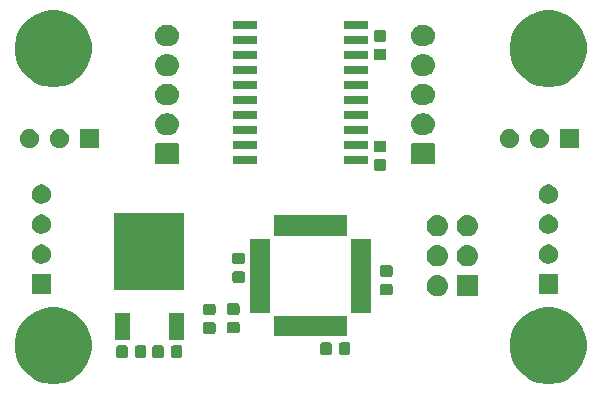
<source format=gbr>
G04 #@! TF.GenerationSoftware,KiCad,Pcbnew,(5.1.0-0)*
G04 #@! TF.CreationDate,2019-05-01T12:35:33-05:00*
G04 #@! TF.ProjectId,splitflap-pcb,73706c69-7466-46c6-9170-2d7063622e6b,rev?*
G04 #@! TF.SameCoordinates,Original*
G04 #@! TF.FileFunction,Soldermask,Top*
G04 #@! TF.FilePolarity,Negative*
%FSLAX46Y46*%
G04 Gerber Fmt 4.6, Leading zero omitted, Abs format (unit mm)*
G04 Created by KiCad (PCBNEW (5.1.0-0)) date 2019-05-01 12:35:33*
%MOMM*%
%LPD*%
G04 APERTURE LIST*
%ADD10C,0.100000*%
G04 APERTURE END LIST*
D10*
G36*
X146608239Y-126021467D02*
G01*
X146922282Y-126083934D01*
X147513926Y-126329001D01*
X148046392Y-126684784D01*
X148499216Y-127137608D01*
X148854999Y-127670074D01*
X149100066Y-128261718D01*
X149225000Y-128889804D01*
X149225000Y-129530196D01*
X149100066Y-130158282D01*
X148854999Y-130749926D01*
X148499216Y-131282392D01*
X148046392Y-131735216D01*
X147513926Y-132090999D01*
X146922282Y-132336066D01*
X146608239Y-132398533D01*
X146294197Y-132461000D01*
X145653803Y-132461000D01*
X145339761Y-132398533D01*
X145025718Y-132336066D01*
X144434074Y-132090999D01*
X143901608Y-131735216D01*
X143448784Y-131282392D01*
X143093001Y-130749926D01*
X142847934Y-130158282D01*
X142723000Y-129530196D01*
X142723000Y-128889804D01*
X142847934Y-128261718D01*
X143093001Y-127670074D01*
X143448784Y-127137608D01*
X143901608Y-126684784D01*
X144434074Y-126329001D01*
X145025718Y-126083934D01*
X145339761Y-126021467D01*
X145653803Y-125959000D01*
X146294197Y-125959000D01*
X146608239Y-126021467D01*
X146608239Y-126021467D01*
G37*
G36*
X104698239Y-126021467D02*
G01*
X105012282Y-126083934D01*
X105603926Y-126329001D01*
X106136392Y-126684784D01*
X106589216Y-127137608D01*
X106944999Y-127670074D01*
X107190066Y-128261718D01*
X107315000Y-128889804D01*
X107315000Y-129530196D01*
X107190066Y-130158282D01*
X106944999Y-130749926D01*
X106589216Y-131282392D01*
X106136392Y-131735216D01*
X105603926Y-132090999D01*
X105012282Y-132336066D01*
X104698239Y-132398533D01*
X104384197Y-132461000D01*
X103743803Y-132461000D01*
X103429761Y-132398533D01*
X103115718Y-132336066D01*
X102524074Y-132090999D01*
X101991608Y-131735216D01*
X101538784Y-131282392D01*
X101183001Y-130749926D01*
X100937934Y-130158282D01*
X100813000Y-129530196D01*
X100813000Y-128889804D01*
X100937934Y-128261718D01*
X101183001Y-127670074D01*
X101538784Y-127137608D01*
X101991608Y-126684784D01*
X102524074Y-126329001D01*
X103115718Y-126083934D01*
X103429761Y-126021467D01*
X103743803Y-125959000D01*
X104384197Y-125959000D01*
X104698239Y-126021467D01*
X104698239Y-126021467D01*
G37*
G36*
X114845591Y-129196085D02*
G01*
X114879569Y-129206393D01*
X114910890Y-129223134D01*
X114938339Y-129245661D01*
X114960866Y-129273110D01*
X114977607Y-129304431D01*
X114987915Y-129338409D01*
X114992000Y-129379890D01*
X114992000Y-130056110D01*
X114987915Y-130097591D01*
X114977607Y-130131569D01*
X114960866Y-130162890D01*
X114938339Y-130190339D01*
X114910890Y-130212866D01*
X114879569Y-130229607D01*
X114845591Y-130239915D01*
X114804110Y-130244000D01*
X114202890Y-130244000D01*
X114161409Y-130239915D01*
X114127431Y-130229607D01*
X114096110Y-130212866D01*
X114068661Y-130190339D01*
X114046134Y-130162890D01*
X114029393Y-130131569D01*
X114019085Y-130097591D01*
X114015000Y-130056110D01*
X114015000Y-129379890D01*
X114019085Y-129338409D01*
X114029393Y-129304431D01*
X114046134Y-129273110D01*
X114068661Y-129245661D01*
X114096110Y-129223134D01*
X114127431Y-129206393D01*
X114161409Y-129196085D01*
X114202890Y-129192000D01*
X114804110Y-129192000D01*
X114845591Y-129196085D01*
X114845591Y-129196085D01*
G37*
G36*
X113270591Y-129196085D02*
G01*
X113304569Y-129206393D01*
X113335890Y-129223134D01*
X113363339Y-129245661D01*
X113385866Y-129273110D01*
X113402607Y-129304431D01*
X113412915Y-129338409D01*
X113417000Y-129379890D01*
X113417000Y-130056110D01*
X113412915Y-130097591D01*
X113402607Y-130131569D01*
X113385866Y-130162890D01*
X113363339Y-130190339D01*
X113335890Y-130212866D01*
X113304569Y-130229607D01*
X113270591Y-130239915D01*
X113229110Y-130244000D01*
X112627890Y-130244000D01*
X112586409Y-130239915D01*
X112552431Y-130229607D01*
X112521110Y-130212866D01*
X112493661Y-130190339D01*
X112471134Y-130162890D01*
X112454393Y-130131569D01*
X112444085Y-130097591D01*
X112440000Y-130056110D01*
X112440000Y-129379890D01*
X112444085Y-129338409D01*
X112454393Y-129304431D01*
X112471134Y-129273110D01*
X112493661Y-129245661D01*
X112521110Y-129223134D01*
X112552431Y-129206393D01*
X112586409Y-129196085D01*
X112627890Y-129192000D01*
X113229110Y-129192000D01*
X113270591Y-129196085D01*
X113270591Y-129196085D01*
G37*
G36*
X111797591Y-129196085D02*
G01*
X111831569Y-129206393D01*
X111862890Y-129223134D01*
X111890339Y-129245661D01*
X111912866Y-129273110D01*
X111929607Y-129304431D01*
X111939915Y-129338409D01*
X111944000Y-129379890D01*
X111944000Y-130056110D01*
X111939915Y-130097591D01*
X111929607Y-130131569D01*
X111912866Y-130162890D01*
X111890339Y-130190339D01*
X111862890Y-130212866D01*
X111831569Y-130229607D01*
X111797591Y-130239915D01*
X111756110Y-130244000D01*
X111154890Y-130244000D01*
X111113409Y-130239915D01*
X111079431Y-130229607D01*
X111048110Y-130212866D01*
X111020661Y-130190339D01*
X110998134Y-130162890D01*
X110981393Y-130131569D01*
X110971085Y-130097591D01*
X110967000Y-130056110D01*
X110967000Y-129379890D01*
X110971085Y-129338409D01*
X110981393Y-129304431D01*
X110998134Y-129273110D01*
X111020661Y-129245661D01*
X111048110Y-129223134D01*
X111079431Y-129206393D01*
X111113409Y-129196085D01*
X111154890Y-129192000D01*
X111756110Y-129192000D01*
X111797591Y-129196085D01*
X111797591Y-129196085D01*
G37*
G36*
X110222591Y-129196085D02*
G01*
X110256569Y-129206393D01*
X110287890Y-129223134D01*
X110315339Y-129245661D01*
X110337866Y-129273110D01*
X110354607Y-129304431D01*
X110364915Y-129338409D01*
X110369000Y-129379890D01*
X110369000Y-130056110D01*
X110364915Y-130097591D01*
X110354607Y-130131569D01*
X110337866Y-130162890D01*
X110315339Y-130190339D01*
X110287890Y-130212866D01*
X110256569Y-130229607D01*
X110222591Y-130239915D01*
X110181110Y-130244000D01*
X109579890Y-130244000D01*
X109538409Y-130239915D01*
X109504431Y-130229607D01*
X109473110Y-130212866D01*
X109445661Y-130190339D01*
X109423134Y-130162890D01*
X109406393Y-130131569D01*
X109396085Y-130097591D01*
X109392000Y-130056110D01*
X109392000Y-129379890D01*
X109396085Y-129338409D01*
X109406393Y-129304431D01*
X109423134Y-129273110D01*
X109445661Y-129245661D01*
X109473110Y-129223134D01*
X109504431Y-129206393D01*
X109538409Y-129196085D01*
X109579890Y-129192000D01*
X110181110Y-129192000D01*
X110222591Y-129196085D01*
X110222591Y-129196085D01*
G37*
G36*
X129069591Y-128942085D02*
G01*
X129103569Y-128952393D01*
X129134890Y-128969134D01*
X129162339Y-128991661D01*
X129184866Y-129019110D01*
X129201607Y-129050431D01*
X129211915Y-129084409D01*
X129216000Y-129125890D01*
X129216000Y-129802110D01*
X129211915Y-129843591D01*
X129201607Y-129877569D01*
X129184866Y-129908890D01*
X129162339Y-129936339D01*
X129134890Y-129958866D01*
X129103569Y-129975607D01*
X129069591Y-129985915D01*
X129028110Y-129990000D01*
X128426890Y-129990000D01*
X128385409Y-129985915D01*
X128351431Y-129975607D01*
X128320110Y-129958866D01*
X128292661Y-129936339D01*
X128270134Y-129908890D01*
X128253393Y-129877569D01*
X128243085Y-129843591D01*
X128239000Y-129802110D01*
X128239000Y-129125890D01*
X128243085Y-129084409D01*
X128253393Y-129050431D01*
X128270134Y-129019110D01*
X128292661Y-128991661D01*
X128320110Y-128969134D01*
X128351431Y-128952393D01*
X128385409Y-128942085D01*
X128426890Y-128938000D01*
X129028110Y-128938000D01*
X129069591Y-128942085D01*
X129069591Y-128942085D01*
G37*
G36*
X127494591Y-128942085D02*
G01*
X127528569Y-128952393D01*
X127559890Y-128969134D01*
X127587339Y-128991661D01*
X127609866Y-129019110D01*
X127626607Y-129050431D01*
X127636915Y-129084409D01*
X127641000Y-129125890D01*
X127641000Y-129802110D01*
X127636915Y-129843591D01*
X127626607Y-129877569D01*
X127609866Y-129908890D01*
X127587339Y-129936339D01*
X127559890Y-129958866D01*
X127528569Y-129975607D01*
X127494591Y-129985915D01*
X127453110Y-129990000D01*
X126851890Y-129990000D01*
X126810409Y-129985915D01*
X126776431Y-129975607D01*
X126745110Y-129958866D01*
X126717661Y-129936339D01*
X126695134Y-129908890D01*
X126678393Y-129877569D01*
X126668085Y-129843591D01*
X126664000Y-129802110D01*
X126664000Y-129125890D01*
X126668085Y-129084409D01*
X126678393Y-129050431D01*
X126695134Y-129019110D01*
X126717661Y-128991661D01*
X126745110Y-128969134D01*
X126776431Y-128952393D01*
X126810409Y-128942085D01*
X126851890Y-128938000D01*
X127453110Y-128938000D01*
X127494591Y-128942085D01*
X127494591Y-128942085D01*
G37*
G36*
X115123000Y-128719000D02*
G01*
X113821000Y-128719000D01*
X113821000Y-126417000D01*
X115123000Y-126417000D01*
X115123000Y-128719000D01*
X115123000Y-128719000D01*
G37*
G36*
X110563000Y-128719000D02*
G01*
X109261000Y-128719000D01*
X109261000Y-126417000D01*
X110563000Y-126417000D01*
X110563000Y-128719000D01*
X110563000Y-128719000D01*
G37*
G36*
X128958000Y-128393000D02*
G01*
X122706000Y-128393000D01*
X122706000Y-126691000D01*
X128958000Y-126691000D01*
X128958000Y-128393000D01*
X128958000Y-128393000D01*
G37*
G36*
X117651591Y-127227085D02*
G01*
X117685569Y-127237393D01*
X117716890Y-127254134D01*
X117744339Y-127276661D01*
X117766866Y-127304110D01*
X117783607Y-127335431D01*
X117793915Y-127369409D01*
X117798000Y-127410890D01*
X117798000Y-128012110D01*
X117793915Y-128053591D01*
X117783607Y-128087569D01*
X117766866Y-128118890D01*
X117744339Y-128146339D01*
X117716890Y-128168866D01*
X117685569Y-128185607D01*
X117651591Y-128195915D01*
X117610110Y-128200000D01*
X116933890Y-128200000D01*
X116892409Y-128195915D01*
X116858431Y-128185607D01*
X116827110Y-128168866D01*
X116799661Y-128146339D01*
X116777134Y-128118890D01*
X116760393Y-128087569D01*
X116750085Y-128053591D01*
X116746000Y-128012110D01*
X116746000Y-127410890D01*
X116750085Y-127369409D01*
X116760393Y-127335431D01*
X116777134Y-127304110D01*
X116799661Y-127276661D01*
X116827110Y-127254134D01*
X116858431Y-127237393D01*
X116892409Y-127227085D01*
X116933890Y-127223000D01*
X117610110Y-127223000D01*
X117651591Y-127227085D01*
X117651591Y-127227085D01*
G37*
G36*
X119683591Y-127205085D02*
G01*
X119717569Y-127215393D01*
X119748890Y-127232134D01*
X119776339Y-127254661D01*
X119798866Y-127282110D01*
X119815607Y-127313431D01*
X119825915Y-127347409D01*
X119830000Y-127388890D01*
X119830000Y-127990110D01*
X119825915Y-128031591D01*
X119815607Y-128065569D01*
X119798866Y-128096890D01*
X119776339Y-128124339D01*
X119748890Y-128146866D01*
X119717569Y-128163607D01*
X119683591Y-128173915D01*
X119642110Y-128178000D01*
X118965890Y-128178000D01*
X118924409Y-128173915D01*
X118890431Y-128163607D01*
X118859110Y-128146866D01*
X118831661Y-128124339D01*
X118809134Y-128096890D01*
X118792393Y-128065569D01*
X118782085Y-128031591D01*
X118778000Y-127990110D01*
X118778000Y-127388890D01*
X118782085Y-127347409D01*
X118792393Y-127313431D01*
X118809134Y-127282110D01*
X118831661Y-127254661D01*
X118859110Y-127232134D01*
X118890431Y-127215393D01*
X118924409Y-127205085D01*
X118965890Y-127201000D01*
X119642110Y-127201000D01*
X119683591Y-127205085D01*
X119683591Y-127205085D01*
G37*
G36*
X117651591Y-125652085D02*
G01*
X117685569Y-125662393D01*
X117716890Y-125679134D01*
X117744339Y-125701661D01*
X117766866Y-125729110D01*
X117783607Y-125760431D01*
X117793915Y-125794409D01*
X117798000Y-125835890D01*
X117798000Y-126437110D01*
X117793915Y-126478591D01*
X117783607Y-126512569D01*
X117766866Y-126543890D01*
X117744339Y-126571339D01*
X117716890Y-126593866D01*
X117685569Y-126610607D01*
X117651591Y-126620915D01*
X117610110Y-126625000D01*
X116933890Y-126625000D01*
X116892409Y-126620915D01*
X116858431Y-126610607D01*
X116827110Y-126593866D01*
X116799661Y-126571339D01*
X116777134Y-126543890D01*
X116760393Y-126512569D01*
X116750085Y-126478591D01*
X116746000Y-126437110D01*
X116746000Y-125835890D01*
X116750085Y-125794409D01*
X116760393Y-125760431D01*
X116777134Y-125729110D01*
X116799661Y-125701661D01*
X116827110Y-125679134D01*
X116858431Y-125662393D01*
X116892409Y-125652085D01*
X116933890Y-125648000D01*
X117610110Y-125648000D01*
X117651591Y-125652085D01*
X117651591Y-125652085D01*
G37*
G36*
X119683591Y-125630085D02*
G01*
X119717569Y-125640393D01*
X119748890Y-125657134D01*
X119776339Y-125679661D01*
X119798866Y-125707110D01*
X119815607Y-125738431D01*
X119825915Y-125772409D01*
X119830000Y-125813890D01*
X119830000Y-126415110D01*
X119825915Y-126456591D01*
X119815607Y-126490569D01*
X119798866Y-126521890D01*
X119776339Y-126549339D01*
X119748890Y-126571866D01*
X119717569Y-126588607D01*
X119683591Y-126598915D01*
X119642110Y-126603000D01*
X118965890Y-126603000D01*
X118924409Y-126598915D01*
X118890431Y-126588607D01*
X118859110Y-126571866D01*
X118831661Y-126549339D01*
X118809134Y-126521890D01*
X118792393Y-126490569D01*
X118782085Y-126456591D01*
X118778000Y-126415110D01*
X118778000Y-125813890D01*
X118782085Y-125772409D01*
X118792393Y-125738431D01*
X118809134Y-125707110D01*
X118831661Y-125679661D01*
X118859110Y-125657134D01*
X118890431Y-125640393D01*
X118924409Y-125630085D01*
X118965890Y-125626000D01*
X119642110Y-125626000D01*
X119683591Y-125630085D01*
X119683591Y-125630085D01*
G37*
G36*
X122433000Y-126418000D02*
G01*
X120731000Y-126418000D01*
X120731000Y-120166000D01*
X122433000Y-120166000D01*
X122433000Y-126418000D01*
X122433000Y-126418000D01*
G37*
G36*
X130933000Y-126418000D02*
G01*
X129231000Y-126418000D01*
X129231000Y-120166000D01*
X130933000Y-120166000D01*
X130933000Y-126418000D01*
X130933000Y-126418000D01*
G37*
G36*
X136686442Y-123235518D02*
G01*
X136752627Y-123242037D01*
X136922466Y-123293557D01*
X137078991Y-123377222D01*
X137114729Y-123406552D01*
X137216186Y-123489814D01*
X137299448Y-123591271D01*
X137328778Y-123627009D01*
X137370610Y-123705271D01*
X137404979Y-123769569D01*
X137412443Y-123783534D01*
X137463963Y-123953373D01*
X137481359Y-124130000D01*
X137463963Y-124306627D01*
X137412443Y-124476466D01*
X137328778Y-124632991D01*
X137299448Y-124668729D01*
X137216186Y-124770186D01*
X137130814Y-124840248D01*
X137078991Y-124882778D01*
X137078989Y-124882779D01*
X136955474Y-124948800D01*
X136922466Y-124966443D01*
X136752627Y-125017963D01*
X136686443Y-125024481D01*
X136620260Y-125031000D01*
X136531740Y-125031000D01*
X136465557Y-125024481D01*
X136399373Y-125017963D01*
X136229534Y-124966443D01*
X136196527Y-124948800D01*
X136073011Y-124882779D01*
X136073009Y-124882778D01*
X136021186Y-124840248D01*
X135935814Y-124770186D01*
X135852552Y-124668729D01*
X135823222Y-124632991D01*
X135739557Y-124476466D01*
X135688037Y-124306627D01*
X135670641Y-124130000D01*
X135688037Y-123953373D01*
X135739557Y-123783534D01*
X135747022Y-123769569D01*
X135781390Y-123705271D01*
X135823222Y-123627009D01*
X135852552Y-123591271D01*
X135935814Y-123489814D01*
X136037271Y-123406552D01*
X136073009Y-123377222D01*
X136229534Y-123293557D01*
X136399373Y-123242037D01*
X136465558Y-123235518D01*
X136531740Y-123229000D01*
X136620260Y-123229000D01*
X136686442Y-123235518D01*
X136686442Y-123235518D01*
G37*
G36*
X140017000Y-125031000D02*
G01*
X138215000Y-125031000D01*
X138215000Y-123229000D01*
X140017000Y-123229000D01*
X140017000Y-125031000D01*
X140017000Y-125031000D01*
G37*
G36*
X132637591Y-123975885D02*
G01*
X132671569Y-123986193D01*
X132702890Y-124002934D01*
X132730339Y-124025461D01*
X132752866Y-124052910D01*
X132769607Y-124084231D01*
X132779915Y-124118209D01*
X132784000Y-124159690D01*
X132784000Y-124760910D01*
X132779915Y-124802391D01*
X132769607Y-124836369D01*
X132752866Y-124867690D01*
X132730339Y-124895139D01*
X132702890Y-124917666D01*
X132671569Y-124934407D01*
X132637591Y-124944715D01*
X132596110Y-124948800D01*
X131919890Y-124948800D01*
X131878409Y-124944715D01*
X131844431Y-124934407D01*
X131813110Y-124917666D01*
X131785661Y-124895139D01*
X131763134Y-124867690D01*
X131746393Y-124836369D01*
X131736085Y-124802391D01*
X131732000Y-124760910D01*
X131732000Y-124159690D01*
X131736085Y-124118209D01*
X131746393Y-124084231D01*
X131763134Y-124052910D01*
X131785661Y-124025461D01*
X131813110Y-124002934D01*
X131844431Y-123986193D01*
X131878409Y-123975885D01*
X131919890Y-123971800D01*
X132596110Y-123971800D01*
X132637591Y-123975885D01*
X132637591Y-123975885D01*
G37*
G36*
X146790000Y-124816000D02*
G01*
X145158000Y-124816000D01*
X145158000Y-123184000D01*
X146790000Y-123184000D01*
X146790000Y-124816000D01*
X146790000Y-124816000D01*
G37*
G36*
X103864000Y-124816000D02*
G01*
X102232000Y-124816000D01*
X102232000Y-123184000D01*
X103864000Y-123184000D01*
X103864000Y-124816000D01*
X103864000Y-124816000D01*
G37*
G36*
X115143000Y-124519000D02*
G01*
X109241000Y-124519000D01*
X109241000Y-118017000D01*
X115143000Y-118017000D01*
X115143000Y-124519000D01*
X115143000Y-124519000D01*
G37*
G36*
X120129591Y-122909085D02*
G01*
X120163569Y-122919393D01*
X120194890Y-122936134D01*
X120222339Y-122958661D01*
X120244866Y-122986110D01*
X120261607Y-123017431D01*
X120271915Y-123051409D01*
X120276000Y-123092890D01*
X120276000Y-123694110D01*
X120271915Y-123735591D01*
X120261607Y-123769569D01*
X120244866Y-123800890D01*
X120222339Y-123828339D01*
X120194890Y-123850866D01*
X120163569Y-123867607D01*
X120129591Y-123877915D01*
X120088110Y-123882000D01*
X119411890Y-123882000D01*
X119370409Y-123877915D01*
X119336431Y-123867607D01*
X119305110Y-123850866D01*
X119277661Y-123828339D01*
X119255134Y-123800890D01*
X119238393Y-123769569D01*
X119228085Y-123735591D01*
X119224000Y-123694110D01*
X119224000Y-123092890D01*
X119228085Y-123051409D01*
X119238393Y-123017431D01*
X119255134Y-122986110D01*
X119277661Y-122958661D01*
X119305110Y-122936134D01*
X119336431Y-122919393D01*
X119370409Y-122909085D01*
X119411890Y-122905000D01*
X120088110Y-122905000D01*
X120129591Y-122909085D01*
X120129591Y-122909085D01*
G37*
G36*
X132637591Y-122400885D02*
G01*
X132671569Y-122411193D01*
X132702890Y-122427934D01*
X132730339Y-122450461D01*
X132752866Y-122477910D01*
X132769607Y-122509231D01*
X132779915Y-122543209D01*
X132784000Y-122584690D01*
X132784000Y-123185910D01*
X132779915Y-123227391D01*
X132769607Y-123261369D01*
X132752866Y-123292690D01*
X132730339Y-123320139D01*
X132702890Y-123342666D01*
X132671569Y-123359407D01*
X132637591Y-123369715D01*
X132596110Y-123373800D01*
X131919890Y-123373800D01*
X131878409Y-123369715D01*
X131844431Y-123359407D01*
X131813110Y-123342666D01*
X131785661Y-123320139D01*
X131763134Y-123292690D01*
X131746393Y-123261369D01*
X131736085Y-123227391D01*
X131732000Y-123185910D01*
X131732000Y-122584690D01*
X131736085Y-122543209D01*
X131746393Y-122509231D01*
X131763134Y-122477910D01*
X131785661Y-122450461D01*
X131813110Y-122427934D01*
X131844431Y-122411193D01*
X131878409Y-122400885D01*
X131919890Y-122396800D01*
X132596110Y-122396800D01*
X132637591Y-122400885D01*
X132637591Y-122400885D01*
G37*
G36*
X136686442Y-120695518D02*
G01*
X136752627Y-120702037D01*
X136922466Y-120753557D01*
X137078991Y-120837222D01*
X137114729Y-120866552D01*
X137216186Y-120949814D01*
X137299448Y-121051271D01*
X137328778Y-121087009D01*
X137412443Y-121243534D01*
X137463963Y-121413373D01*
X137481359Y-121590000D01*
X137463963Y-121766627D01*
X137412443Y-121936466D01*
X137328778Y-122092991D01*
X137299448Y-122128729D01*
X137216186Y-122230186D01*
X137128305Y-122302307D01*
X137078991Y-122342778D01*
X136922466Y-122426443D01*
X136752627Y-122477963D01*
X136686442Y-122484482D01*
X136620260Y-122491000D01*
X136531740Y-122491000D01*
X136465558Y-122484482D01*
X136399373Y-122477963D01*
X136229534Y-122426443D01*
X136073009Y-122342778D01*
X136023695Y-122302307D01*
X135935814Y-122230186D01*
X135852552Y-122128729D01*
X135823222Y-122092991D01*
X135739557Y-121936466D01*
X135688037Y-121766627D01*
X135670641Y-121590000D01*
X135688037Y-121413373D01*
X135739557Y-121243534D01*
X135823222Y-121087009D01*
X135852552Y-121051271D01*
X135935814Y-120949814D01*
X136037271Y-120866552D01*
X136073009Y-120837222D01*
X136229534Y-120753557D01*
X136399373Y-120702037D01*
X136465558Y-120695518D01*
X136531740Y-120689000D01*
X136620260Y-120689000D01*
X136686442Y-120695518D01*
X136686442Y-120695518D01*
G37*
G36*
X139226442Y-120695518D02*
G01*
X139292627Y-120702037D01*
X139462466Y-120753557D01*
X139618991Y-120837222D01*
X139654729Y-120866552D01*
X139756186Y-120949814D01*
X139839448Y-121051271D01*
X139868778Y-121087009D01*
X139952443Y-121243534D01*
X140003963Y-121413373D01*
X140021359Y-121590000D01*
X140003963Y-121766627D01*
X139952443Y-121936466D01*
X139868778Y-122092991D01*
X139839448Y-122128729D01*
X139756186Y-122230186D01*
X139668305Y-122302307D01*
X139618991Y-122342778D01*
X139462466Y-122426443D01*
X139292627Y-122477963D01*
X139226442Y-122484482D01*
X139160260Y-122491000D01*
X139071740Y-122491000D01*
X139005558Y-122484482D01*
X138939373Y-122477963D01*
X138769534Y-122426443D01*
X138613009Y-122342778D01*
X138563695Y-122302307D01*
X138475814Y-122230186D01*
X138392552Y-122128729D01*
X138363222Y-122092991D01*
X138279557Y-121936466D01*
X138228037Y-121766627D01*
X138210641Y-121590000D01*
X138228037Y-121413373D01*
X138279557Y-121243534D01*
X138363222Y-121087009D01*
X138392552Y-121051271D01*
X138475814Y-120949814D01*
X138577271Y-120866552D01*
X138613009Y-120837222D01*
X138769534Y-120753557D01*
X138939373Y-120702037D01*
X139005558Y-120695518D01*
X139071740Y-120689000D01*
X139160260Y-120689000D01*
X139226442Y-120695518D01*
X139226442Y-120695518D01*
G37*
G36*
X120129591Y-121334085D02*
G01*
X120163569Y-121344393D01*
X120194890Y-121361134D01*
X120222339Y-121383661D01*
X120244866Y-121411110D01*
X120261607Y-121442431D01*
X120271915Y-121476409D01*
X120276000Y-121517890D01*
X120276000Y-122119110D01*
X120271915Y-122160591D01*
X120261607Y-122194569D01*
X120244866Y-122225890D01*
X120222339Y-122253339D01*
X120194890Y-122275866D01*
X120163569Y-122292607D01*
X120129591Y-122302915D01*
X120088110Y-122307000D01*
X119411890Y-122307000D01*
X119370409Y-122302915D01*
X119336431Y-122292607D01*
X119305110Y-122275866D01*
X119277661Y-122253339D01*
X119255134Y-122225890D01*
X119238393Y-122194569D01*
X119228085Y-122160591D01*
X119224000Y-122119110D01*
X119224000Y-121517890D01*
X119228085Y-121476409D01*
X119238393Y-121442431D01*
X119255134Y-121411110D01*
X119277661Y-121383661D01*
X119305110Y-121361134D01*
X119336431Y-121344393D01*
X119370409Y-121334085D01*
X119411890Y-121330000D01*
X120088110Y-121330000D01*
X120129591Y-121334085D01*
X120129591Y-121334085D01*
G37*
G36*
X103286017Y-120675358D02*
G01*
X103360270Y-120706115D01*
X103434521Y-120736870D01*
X103434522Y-120736871D01*
X103568167Y-120826169D01*
X103681831Y-120939833D01*
X103748804Y-121040067D01*
X103771130Y-121073479D01*
X103776734Y-121087009D01*
X103832642Y-121221983D01*
X103864000Y-121379630D01*
X103864000Y-121540370D01*
X103832642Y-121698017D01*
X103804223Y-121766627D01*
X103771130Y-121846521D01*
X103771129Y-121846522D01*
X103681831Y-121980167D01*
X103568167Y-122093831D01*
X103474794Y-122156220D01*
X103434521Y-122183130D01*
X103286017Y-122244642D01*
X103128370Y-122276000D01*
X102967630Y-122276000D01*
X102809983Y-122244642D01*
X102661479Y-122183130D01*
X102621206Y-122156220D01*
X102527833Y-122093831D01*
X102414169Y-121980167D01*
X102324871Y-121846522D01*
X102324870Y-121846521D01*
X102291777Y-121766627D01*
X102263358Y-121698017D01*
X102232000Y-121540370D01*
X102232000Y-121379630D01*
X102263358Y-121221983D01*
X102319266Y-121087009D01*
X102324870Y-121073479D01*
X102347196Y-121040067D01*
X102414169Y-120939833D01*
X102527833Y-120826169D01*
X102661478Y-120736871D01*
X102661479Y-120736870D01*
X102735730Y-120706115D01*
X102809983Y-120675358D01*
X102967630Y-120644000D01*
X103128370Y-120644000D01*
X103286017Y-120675358D01*
X103286017Y-120675358D01*
G37*
G36*
X146212017Y-120675358D02*
G01*
X146286270Y-120706115D01*
X146360521Y-120736870D01*
X146360522Y-120736871D01*
X146494167Y-120826169D01*
X146607831Y-120939833D01*
X146674804Y-121040067D01*
X146697130Y-121073479D01*
X146702734Y-121087009D01*
X146758642Y-121221983D01*
X146790000Y-121379630D01*
X146790000Y-121540370D01*
X146758642Y-121698017D01*
X146730223Y-121766627D01*
X146697130Y-121846521D01*
X146697129Y-121846522D01*
X146607831Y-121980167D01*
X146494167Y-122093831D01*
X146400794Y-122156220D01*
X146360521Y-122183130D01*
X146212017Y-122244642D01*
X146054370Y-122276000D01*
X145893630Y-122276000D01*
X145735983Y-122244642D01*
X145587479Y-122183130D01*
X145547206Y-122156220D01*
X145453833Y-122093831D01*
X145340169Y-121980167D01*
X145250871Y-121846522D01*
X145250870Y-121846521D01*
X145217777Y-121766627D01*
X145189358Y-121698017D01*
X145158000Y-121540370D01*
X145158000Y-121379630D01*
X145189358Y-121221983D01*
X145245266Y-121087009D01*
X145250870Y-121073479D01*
X145273196Y-121040067D01*
X145340169Y-120939833D01*
X145453833Y-120826169D01*
X145587478Y-120736871D01*
X145587479Y-120736870D01*
X145661730Y-120706115D01*
X145735983Y-120675358D01*
X145893630Y-120644000D01*
X146054370Y-120644000D01*
X146212017Y-120675358D01*
X146212017Y-120675358D01*
G37*
G36*
X139226443Y-118155519D02*
G01*
X139292627Y-118162037D01*
X139462466Y-118213557D01*
X139618991Y-118297222D01*
X139654729Y-118326552D01*
X139756186Y-118409814D01*
X139839448Y-118511271D01*
X139868778Y-118547009D01*
X139952443Y-118703534D01*
X140003963Y-118873373D01*
X140021359Y-119050000D01*
X140003963Y-119226627D01*
X139952443Y-119396466D01*
X139868778Y-119552991D01*
X139839448Y-119588729D01*
X139756186Y-119690186D01*
X139654729Y-119773448D01*
X139618991Y-119802778D01*
X139462466Y-119886443D01*
X139292627Y-119937963D01*
X139226442Y-119944482D01*
X139160260Y-119951000D01*
X139071740Y-119951000D01*
X139005558Y-119944482D01*
X138939373Y-119937963D01*
X138769534Y-119886443D01*
X138613009Y-119802778D01*
X138577271Y-119773448D01*
X138475814Y-119690186D01*
X138392552Y-119588729D01*
X138363222Y-119552991D01*
X138279557Y-119396466D01*
X138228037Y-119226627D01*
X138210641Y-119050000D01*
X138228037Y-118873373D01*
X138279557Y-118703534D01*
X138363222Y-118547009D01*
X138392552Y-118511271D01*
X138475814Y-118409814D01*
X138577271Y-118326552D01*
X138613009Y-118297222D01*
X138769534Y-118213557D01*
X138939373Y-118162037D01*
X139005557Y-118155519D01*
X139071740Y-118149000D01*
X139160260Y-118149000D01*
X139226443Y-118155519D01*
X139226443Y-118155519D01*
G37*
G36*
X136686443Y-118155519D02*
G01*
X136752627Y-118162037D01*
X136922466Y-118213557D01*
X137078991Y-118297222D01*
X137114729Y-118326552D01*
X137216186Y-118409814D01*
X137299448Y-118511271D01*
X137328778Y-118547009D01*
X137412443Y-118703534D01*
X137463963Y-118873373D01*
X137481359Y-119050000D01*
X137463963Y-119226627D01*
X137412443Y-119396466D01*
X137328778Y-119552991D01*
X137299448Y-119588729D01*
X137216186Y-119690186D01*
X137114729Y-119773448D01*
X137078991Y-119802778D01*
X136922466Y-119886443D01*
X136752627Y-119937963D01*
X136686442Y-119944482D01*
X136620260Y-119951000D01*
X136531740Y-119951000D01*
X136465558Y-119944482D01*
X136399373Y-119937963D01*
X136229534Y-119886443D01*
X136073009Y-119802778D01*
X136037271Y-119773448D01*
X135935814Y-119690186D01*
X135852552Y-119588729D01*
X135823222Y-119552991D01*
X135739557Y-119396466D01*
X135688037Y-119226627D01*
X135670641Y-119050000D01*
X135688037Y-118873373D01*
X135739557Y-118703534D01*
X135823222Y-118547009D01*
X135852552Y-118511271D01*
X135935814Y-118409814D01*
X136037271Y-118326552D01*
X136073009Y-118297222D01*
X136229534Y-118213557D01*
X136399373Y-118162037D01*
X136465557Y-118155519D01*
X136531740Y-118149000D01*
X136620260Y-118149000D01*
X136686443Y-118155519D01*
X136686443Y-118155519D01*
G37*
G36*
X128958000Y-119893000D02*
G01*
X122706000Y-119893000D01*
X122706000Y-118191000D01*
X128958000Y-118191000D01*
X128958000Y-119893000D01*
X128958000Y-119893000D01*
G37*
G36*
X146212017Y-118135358D02*
G01*
X146360521Y-118196870D01*
X146360522Y-118196871D01*
X146494167Y-118286169D01*
X146607831Y-118399833D01*
X146674805Y-118500067D01*
X146697130Y-118533479D01*
X146702734Y-118547009D01*
X146758642Y-118681983D01*
X146790000Y-118839630D01*
X146790000Y-119000370D01*
X146758642Y-119158017D01*
X146730223Y-119226627D01*
X146697130Y-119306521D01*
X146697129Y-119306522D01*
X146607831Y-119440167D01*
X146494167Y-119553831D01*
X146393933Y-119620804D01*
X146360521Y-119643130D01*
X146212017Y-119704642D01*
X146054370Y-119736000D01*
X145893630Y-119736000D01*
X145735983Y-119704642D01*
X145587479Y-119643130D01*
X145554067Y-119620804D01*
X145453833Y-119553831D01*
X145340169Y-119440167D01*
X145250871Y-119306522D01*
X145250870Y-119306521D01*
X145217777Y-119226627D01*
X145189358Y-119158017D01*
X145158000Y-119000370D01*
X145158000Y-118839630D01*
X145189358Y-118681983D01*
X145245266Y-118547009D01*
X145250870Y-118533479D01*
X145273195Y-118500067D01*
X145340169Y-118399833D01*
X145453833Y-118286169D01*
X145587478Y-118196871D01*
X145587479Y-118196870D01*
X145735983Y-118135358D01*
X145893630Y-118104000D01*
X146054370Y-118104000D01*
X146212017Y-118135358D01*
X146212017Y-118135358D01*
G37*
G36*
X103286017Y-118135358D02*
G01*
X103434521Y-118196870D01*
X103434522Y-118196871D01*
X103568167Y-118286169D01*
X103681831Y-118399833D01*
X103748805Y-118500067D01*
X103771130Y-118533479D01*
X103776734Y-118547009D01*
X103832642Y-118681983D01*
X103864000Y-118839630D01*
X103864000Y-119000370D01*
X103832642Y-119158017D01*
X103804223Y-119226627D01*
X103771130Y-119306521D01*
X103771129Y-119306522D01*
X103681831Y-119440167D01*
X103568167Y-119553831D01*
X103467933Y-119620804D01*
X103434521Y-119643130D01*
X103286017Y-119704642D01*
X103128370Y-119736000D01*
X102967630Y-119736000D01*
X102809983Y-119704642D01*
X102661479Y-119643130D01*
X102628067Y-119620804D01*
X102527833Y-119553831D01*
X102414169Y-119440167D01*
X102324871Y-119306522D01*
X102324870Y-119306521D01*
X102291777Y-119226627D01*
X102263358Y-119158017D01*
X102232000Y-119000370D01*
X102232000Y-118839630D01*
X102263358Y-118681983D01*
X102319266Y-118547009D01*
X102324870Y-118533479D01*
X102347195Y-118500067D01*
X102414169Y-118399833D01*
X102527833Y-118286169D01*
X102661478Y-118196871D01*
X102661479Y-118196870D01*
X102809983Y-118135358D01*
X102967630Y-118104000D01*
X103128370Y-118104000D01*
X103286017Y-118135358D01*
X103286017Y-118135358D01*
G37*
G36*
X146212017Y-115595358D02*
G01*
X146286270Y-115626115D01*
X146360521Y-115656870D01*
X146360522Y-115656871D01*
X146494167Y-115746169D01*
X146607831Y-115859833D01*
X146674805Y-115960067D01*
X146697130Y-115993479D01*
X146758642Y-116141983D01*
X146790000Y-116299630D01*
X146790000Y-116460370D01*
X146758642Y-116618017D01*
X146727885Y-116692270D01*
X146697130Y-116766521D01*
X146697129Y-116766522D01*
X146607831Y-116900167D01*
X146494167Y-117013831D01*
X146393933Y-117080805D01*
X146360521Y-117103130D01*
X146212017Y-117164642D01*
X146054370Y-117196000D01*
X145893630Y-117196000D01*
X145735983Y-117164642D01*
X145587479Y-117103130D01*
X145554067Y-117080805D01*
X145453833Y-117013831D01*
X145340169Y-116900167D01*
X145250871Y-116766522D01*
X145250870Y-116766521D01*
X145220115Y-116692270D01*
X145189358Y-116618017D01*
X145158000Y-116460370D01*
X145158000Y-116299630D01*
X145189358Y-116141983D01*
X145250870Y-115993479D01*
X145273195Y-115960067D01*
X145340169Y-115859833D01*
X145453833Y-115746169D01*
X145587478Y-115656871D01*
X145587479Y-115656870D01*
X145661730Y-115626115D01*
X145735983Y-115595358D01*
X145893630Y-115564000D01*
X146054370Y-115564000D01*
X146212017Y-115595358D01*
X146212017Y-115595358D01*
G37*
G36*
X103286017Y-115595358D02*
G01*
X103360270Y-115626115D01*
X103434521Y-115656870D01*
X103434522Y-115656871D01*
X103568167Y-115746169D01*
X103681831Y-115859833D01*
X103748805Y-115960067D01*
X103771130Y-115993479D01*
X103801885Y-116067730D01*
X103832642Y-116141983D01*
X103864000Y-116299630D01*
X103864000Y-116460370D01*
X103832642Y-116618017D01*
X103801885Y-116692270D01*
X103771130Y-116766521D01*
X103771129Y-116766522D01*
X103681831Y-116900167D01*
X103568167Y-117013831D01*
X103467933Y-117080805D01*
X103434521Y-117103130D01*
X103286017Y-117164642D01*
X103128370Y-117196000D01*
X102967630Y-117196000D01*
X102809983Y-117164642D01*
X102661479Y-117103130D01*
X102628067Y-117080805D01*
X102527833Y-117013831D01*
X102414169Y-116900167D01*
X102324871Y-116766522D01*
X102324870Y-116766521D01*
X102294115Y-116692270D01*
X102263358Y-116618017D01*
X102232000Y-116460370D01*
X102232000Y-116299630D01*
X102263358Y-116141983D01*
X102324870Y-115993479D01*
X102347195Y-115960067D01*
X102414169Y-115859833D01*
X102527833Y-115746169D01*
X102661478Y-115656871D01*
X102661479Y-115656870D01*
X102735730Y-115626115D01*
X102809983Y-115595358D01*
X102967630Y-115564000D01*
X103128370Y-115564000D01*
X103286017Y-115595358D01*
X103286017Y-115595358D01*
G37*
G36*
X132104191Y-113434885D02*
G01*
X132138169Y-113445193D01*
X132169490Y-113461934D01*
X132196939Y-113484461D01*
X132219466Y-113511910D01*
X132236207Y-113543231D01*
X132246515Y-113577209D01*
X132250600Y-113618690D01*
X132250600Y-114219910D01*
X132246515Y-114261391D01*
X132236207Y-114295369D01*
X132219466Y-114326690D01*
X132196939Y-114354139D01*
X132169490Y-114376666D01*
X132138169Y-114393407D01*
X132104191Y-114403715D01*
X132062710Y-114407800D01*
X131386490Y-114407800D01*
X131345009Y-114403715D01*
X131311031Y-114393407D01*
X131279710Y-114376666D01*
X131252261Y-114354139D01*
X131229734Y-114326690D01*
X131212993Y-114295369D01*
X131202685Y-114261391D01*
X131198600Y-114219910D01*
X131198600Y-113618690D01*
X131202685Y-113577209D01*
X131212993Y-113543231D01*
X131229734Y-113511910D01*
X131252261Y-113484461D01*
X131279710Y-113461934D01*
X131311031Y-113445193D01*
X131345009Y-113434885D01*
X131386490Y-113430800D01*
X132062710Y-113430800D01*
X132104191Y-113434885D01*
X132104191Y-113434885D01*
G37*
G36*
X130726000Y-113864000D02*
G01*
X128674000Y-113864000D01*
X128674000Y-113162000D01*
X130726000Y-113162000D01*
X130726000Y-113864000D01*
X130726000Y-113864000D01*
G37*
G36*
X121326000Y-113864000D02*
G01*
X119274000Y-113864000D01*
X119274000Y-113162000D01*
X121326000Y-113162000D01*
X121326000Y-113864000D01*
X121326000Y-113864000D01*
G37*
G36*
X136240400Y-112056989D02*
G01*
X136273452Y-112067015D01*
X136303903Y-112083292D01*
X136330599Y-112105201D01*
X136352508Y-112131897D01*
X136368785Y-112162348D01*
X136378811Y-112195400D01*
X136382800Y-112235903D01*
X136382800Y-113672097D01*
X136378811Y-113712600D01*
X136368785Y-113745652D01*
X136352508Y-113776103D01*
X136330599Y-113802799D01*
X136303903Y-113824708D01*
X136273452Y-113840985D01*
X136240400Y-113851011D01*
X136199897Y-113855000D01*
X134513703Y-113855000D01*
X134473200Y-113851011D01*
X134440148Y-113840985D01*
X134409697Y-113824708D01*
X134383001Y-113802799D01*
X134361092Y-113776103D01*
X134344815Y-113745652D01*
X134334789Y-113712600D01*
X134330800Y-113672097D01*
X134330800Y-112235903D01*
X134334789Y-112195400D01*
X134344815Y-112162348D01*
X134361092Y-112131897D01*
X134383001Y-112105201D01*
X134409697Y-112083292D01*
X134440148Y-112067015D01*
X134473200Y-112056989D01*
X134513703Y-112053000D01*
X136199897Y-112053000D01*
X136240400Y-112056989D01*
X136240400Y-112056989D01*
G37*
G36*
X114574200Y-112056989D02*
G01*
X114607252Y-112067015D01*
X114637703Y-112083292D01*
X114664399Y-112105201D01*
X114686308Y-112131897D01*
X114702585Y-112162348D01*
X114712611Y-112195400D01*
X114716600Y-112235903D01*
X114716600Y-113672097D01*
X114712611Y-113712600D01*
X114702585Y-113745652D01*
X114686308Y-113776103D01*
X114664399Y-113802799D01*
X114637703Y-113824708D01*
X114607252Y-113840985D01*
X114574200Y-113851011D01*
X114533697Y-113855000D01*
X112847503Y-113855000D01*
X112807000Y-113851011D01*
X112773948Y-113840985D01*
X112743497Y-113824708D01*
X112716801Y-113802799D01*
X112694892Y-113776103D01*
X112678615Y-113745652D01*
X112668589Y-113712600D01*
X112664600Y-113672097D01*
X112664600Y-112235903D01*
X112668589Y-112195400D01*
X112678615Y-112162348D01*
X112694892Y-112131897D01*
X112716801Y-112105201D01*
X112743497Y-112083292D01*
X112773948Y-112067015D01*
X112807000Y-112056989D01*
X112847503Y-112053000D01*
X114533697Y-112053000D01*
X114574200Y-112056989D01*
X114574200Y-112056989D01*
G37*
G36*
X132104191Y-111859885D02*
G01*
X132138169Y-111870193D01*
X132169490Y-111886934D01*
X132196939Y-111909461D01*
X132219466Y-111936910D01*
X132236207Y-111968231D01*
X132246515Y-112002209D01*
X132250600Y-112043690D01*
X132250600Y-112644910D01*
X132246515Y-112686391D01*
X132236207Y-112720369D01*
X132219466Y-112751690D01*
X132196939Y-112779139D01*
X132169490Y-112801666D01*
X132138169Y-112818407D01*
X132104191Y-112828715D01*
X132062710Y-112832800D01*
X131386490Y-112832800D01*
X131345009Y-112828715D01*
X131311031Y-112818407D01*
X131279710Y-112801666D01*
X131252261Y-112779139D01*
X131229734Y-112751690D01*
X131212993Y-112720369D01*
X131202685Y-112686391D01*
X131198600Y-112644910D01*
X131198600Y-112043690D01*
X131202685Y-112002209D01*
X131212993Y-111968231D01*
X131229734Y-111936910D01*
X131252261Y-111909461D01*
X131279710Y-111886934D01*
X131311031Y-111870193D01*
X131345009Y-111859885D01*
X131386490Y-111855800D01*
X132062710Y-111855800D01*
X132104191Y-111859885D01*
X132104191Y-111859885D01*
G37*
G36*
X121326000Y-112594000D02*
G01*
X119274000Y-112594000D01*
X119274000Y-111892000D01*
X121326000Y-111892000D01*
X121326000Y-112594000D01*
X121326000Y-112594000D01*
G37*
G36*
X130726000Y-112594000D02*
G01*
X128674000Y-112594000D01*
X128674000Y-111892000D01*
X130726000Y-111892000D01*
X130726000Y-112594000D01*
X130726000Y-112594000D01*
G37*
G36*
X102269142Y-110902242D02*
G01*
X102417101Y-110963529D01*
X102550255Y-111052499D01*
X102663501Y-111165745D01*
X102752471Y-111298899D01*
X102813758Y-111446858D01*
X102845000Y-111603925D01*
X102845000Y-111764075D01*
X102813758Y-111921142D01*
X102752471Y-112069101D01*
X102663501Y-112202255D01*
X102550255Y-112315501D01*
X102417101Y-112404471D01*
X102269142Y-112465758D01*
X102112075Y-112497000D01*
X101951925Y-112497000D01*
X101794858Y-112465758D01*
X101646899Y-112404471D01*
X101513745Y-112315501D01*
X101400499Y-112202255D01*
X101311529Y-112069101D01*
X101250242Y-111921142D01*
X101219000Y-111764075D01*
X101219000Y-111603925D01*
X101250242Y-111446858D01*
X101311529Y-111298899D01*
X101400499Y-111165745D01*
X101513745Y-111052499D01*
X101646899Y-110963529D01*
X101794858Y-110902242D01*
X101951925Y-110871000D01*
X102112075Y-110871000D01*
X102269142Y-110902242D01*
X102269142Y-110902242D01*
G37*
G36*
X107925000Y-112497000D02*
G01*
X106299000Y-112497000D01*
X106299000Y-110871000D01*
X107925000Y-110871000D01*
X107925000Y-112497000D01*
X107925000Y-112497000D01*
G37*
G36*
X148565000Y-112497000D02*
G01*
X146939000Y-112497000D01*
X146939000Y-110871000D01*
X148565000Y-110871000D01*
X148565000Y-112497000D01*
X148565000Y-112497000D01*
G37*
G36*
X145449142Y-110902242D02*
G01*
X145597101Y-110963529D01*
X145730255Y-111052499D01*
X145843501Y-111165745D01*
X145932471Y-111298899D01*
X145993758Y-111446858D01*
X146025000Y-111603925D01*
X146025000Y-111764075D01*
X145993758Y-111921142D01*
X145932471Y-112069101D01*
X145843501Y-112202255D01*
X145730255Y-112315501D01*
X145597101Y-112404471D01*
X145449142Y-112465758D01*
X145292075Y-112497000D01*
X145131925Y-112497000D01*
X144974858Y-112465758D01*
X144826899Y-112404471D01*
X144693745Y-112315501D01*
X144580499Y-112202255D01*
X144491529Y-112069101D01*
X144430242Y-111921142D01*
X144399000Y-111764075D01*
X144399000Y-111603925D01*
X144430242Y-111446858D01*
X144491529Y-111298899D01*
X144580499Y-111165745D01*
X144693745Y-111052499D01*
X144826899Y-110963529D01*
X144974858Y-110902242D01*
X145131925Y-110871000D01*
X145292075Y-110871000D01*
X145449142Y-110902242D01*
X145449142Y-110902242D01*
G37*
G36*
X104809142Y-110902242D02*
G01*
X104957101Y-110963529D01*
X105090255Y-111052499D01*
X105203501Y-111165745D01*
X105292471Y-111298899D01*
X105353758Y-111446858D01*
X105385000Y-111603925D01*
X105385000Y-111764075D01*
X105353758Y-111921142D01*
X105292471Y-112069101D01*
X105203501Y-112202255D01*
X105090255Y-112315501D01*
X104957101Y-112404471D01*
X104809142Y-112465758D01*
X104652075Y-112497000D01*
X104491925Y-112497000D01*
X104334858Y-112465758D01*
X104186899Y-112404471D01*
X104053745Y-112315501D01*
X103940499Y-112202255D01*
X103851529Y-112069101D01*
X103790242Y-111921142D01*
X103759000Y-111764075D01*
X103759000Y-111603925D01*
X103790242Y-111446858D01*
X103851529Y-111298899D01*
X103940499Y-111165745D01*
X104053745Y-111052499D01*
X104186899Y-110963529D01*
X104334858Y-110902242D01*
X104491925Y-110871000D01*
X104652075Y-110871000D01*
X104809142Y-110902242D01*
X104809142Y-110902242D01*
G37*
G36*
X142909142Y-110902242D02*
G01*
X143057101Y-110963529D01*
X143190255Y-111052499D01*
X143303501Y-111165745D01*
X143392471Y-111298899D01*
X143453758Y-111446858D01*
X143485000Y-111603925D01*
X143485000Y-111764075D01*
X143453758Y-111921142D01*
X143392471Y-112069101D01*
X143303501Y-112202255D01*
X143190255Y-112315501D01*
X143057101Y-112404471D01*
X142909142Y-112465758D01*
X142752075Y-112497000D01*
X142591925Y-112497000D01*
X142434858Y-112465758D01*
X142286899Y-112404471D01*
X142153745Y-112315501D01*
X142040499Y-112202255D01*
X141951529Y-112069101D01*
X141890242Y-111921142D01*
X141859000Y-111764075D01*
X141859000Y-111603925D01*
X141890242Y-111446858D01*
X141951529Y-111298899D01*
X142040499Y-111165745D01*
X142153745Y-111052499D01*
X142286899Y-110963529D01*
X142434858Y-110902242D01*
X142591925Y-110871000D01*
X142752075Y-110871000D01*
X142909142Y-110902242D01*
X142909142Y-110902242D01*
G37*
G36*
X113926043Y-109559519D02*
G01*
X113992227Y-109566037D01*
X114162066Y-109617557D01*
X114318591Y-109701222D01*
X114354329Y-109730552D01*
X114455786Y-109813814D01*
X114539048Y-109915271D01*
X114568378Y-109951009D01*
X114652043Y-110107534D01*
X114703563Y-110277373D01*
X114720959Y-110454000D01*
X114703563Y-110630627D01*
X114652043Y-110800466D01*
X114568378Y-110956991D01*
X114563012Y-110963529D01*
X114455786Y-111094186D01*
X114368592Y-111165743D01*
X114318591Y-111206778D01*
X114162066Y-111290443D01*
X113992227Y-111341963D01*
X113926042Y-111348482D01*
X113859860Y-111355000D01*
X113521340Y-111355000D01*
X113455158Y-111348482D01*
X113388973Y-111341963D01*
X113219134Y-111290443D01*
X113062609Y-111206778D01*
X113012608Y-111165743D01*
X112925414Y-111094186D01*
X112818188Y-110963529D01*
X112812822Y-110956991D01*
X112729157Y-110800466D01*
X112677637Y-110630627D01*
X112660241Y-110454000D01*
X112677637Y-110277373D01*
X112729157Y-110107534D01*
X112812822Y-109951009D01*
X112842152Y-109915271D01*
X112925414Y-109813814D01*
X113026871Y-109730552D01*
X113062609Y-109701222D01*
X113219134Y-109617557D01*
X113388973Y-109566037D01*
X113455157Y-109559519D01*
X113521340Y-109553000D01*
X113859860Y-109553000D01*
X113926043Y-109559519D01*
X113926043Y-109559519D01*
G37*
G36*
X135592243Y-109559519D02*
G01*
X135658427Y-109566037D01*
X135828266Y-109617557D01*
X135984791Y-109701222D01*
X136020529Y-109730552D01*
X136121986Y-109813814D01*
X136205248Y-109915271D01*
X136234578Y-109951009D01*
X136318243Y-110107534D01*
X136369763Y-110277373D01*
X136387159Y-110454000D01*
X136369763Y-110630627D01*
X136318243Y-110800466D01*
X136234578Y-110956991D01*
X136229212Y-110963529D01*
X136121986Y-111094186D01*
X136034792Y-111165743D01*
X135984791Y-111206778D01*
X135828266Y-111290443D01*
X135658427Y-111341963D01*
X135592242Y-111348482D01*
X135526060Y-111355000D01*
X135187540Y-111355000D01*
X135121358Y-111348482D01*
X135055173Y-111341963D01*
X134885334Y-111290443D01*
X134728809Y-111206778D01*
X134678808Y-111165743D01*
X134591614Y-111094186D01*
X134484388Y-110963529D01*
X134479022Y-110956991D01*
X134395357Y-110800466D01*
X134343837Y-110630627D01*
X134326441Y-110454000D01*
X134343837Y-110277373D01*
X134395357Y-110107534D01*
X134479022Y-109951009D01*
X134508352Y-109915271D01*
X134591614Y-109813814D01*
X134693071Y-109730552D01*
X134728809Y-109701222D01*
X134885334Y-109617557D01*
X135055173Y-109566037D01*
X135121357Y-109559519D01*
X135187540Y-109553000D01*
X135526060Y-109553000D01*
X135592243Y-109559519D01*
X135592243Y-109559519D01*
G37*
G36*
X121326000Y-111324000D02*
G01*
X119274000Y-111324000D01*
X119274000Y-110622000D01*
X121326000Y-110622000D01*
X121326000Y-111324000D01*
X121326000Y-111324000D01*
G37*
G36*
X130726000Y-111324000D02*
G01*
X128674000Y-111324000D01*
X128674000Y-110622000D01*
X130726000Y-110622000D01*
X130726000Y-111324000D01*
X130726000Y-111324000D01*
G37*
G36*
X130726000Y-110054000D02*
G01*
X128674000Y-110054000D01*
X128674000Y-109352000D01*
X130726000Y-109352000D01*
X130726000Y-110054000D01*
X130726000Y-110054000D01*
G37*
G36*
X121326000Y-110054000D02*
G01*
X119274000Y-110054000D01*
X119274000Y-109352000D01*
X121326000Y-109352000D01*
X121326000Y-110054000D01*
X121326000Y-110054000D01*
G37*
G36*
X135592243Y-107059519D02*
G01*
X135658427Y-107066037D01*
X135828266Y-107117557D01*
X135984791Y-107201222D01*
X136020529Y-107230552D01*
X136121986Y-107313814D01*
X136205248Y-107415271D01*
X136234578Y-107451009D01*
X136318243Y-107607534D01*
X136369763Y-107777373D01*
X136387159Y-107954000D01*
X136369763Y-108130627D01*
X136318243Y-108300466D01*
X136234578Y-108456991D01*
X136205248Y-108492729D01*
X136121986Y-108594186D01*
X136020529Y-108677448D01*
X135984791Y-108706778D01*
X135828266Y-108790443D01*
X135658427Y-108841963D01*
X135592243Y-108848481D01*
X135526060Y-108855000D01*
X135187540Y-108855000D01*
X135121357Y-108848481D01*
X135055173Y-108841963D01*
X134885334Y-108790443D01*
X134728809Y-108706778D01*
X134693071Y-108677448D01*
X134591614Y-108594186D01*
X134508352Y-108492729D01*
X134479022Y-108456991D01*
X134395357Y-108300466D01*
X134343837Y-108130627D01*
X134326441Y-107954000D01*
X134343837Y-107777373D01*
X134395357Y-107607534D01*
X134479022Y-107451009D01*
X134508352Y-107415271D01*
X134591614Y-107313814D01*
X134693071Y-107230552D01*
X134728809Y-107201222D01*
X134885334Y-107117557D01*
X135055173Y-107066037D01*
X135121357Y-107059519D01*
X135187540Y-107053000D01*
X135526060Y-107053000D01*
X135592243Y-107059519D01*
X135592243Y-107059519D01*
G37*
G36*
X113926043Y-107059519D02*
G01*
X113992227Y-107066037D01*
X114162066Y-107117557D01*
X114318591Y-107201222D01*
X114354329Y-107230552D01*
X114455786Y-107313814D01*
X114539048Y-107415271D01*
X114568378Y-107451009D01*
X114652043Y-107607534D01*
X114703563Y-107777373D01*
X114720959Y-107954000D01*
X114703563Y-108130627D01*
X114652043Y-108300466D01*
X114568378Y-108456991D01*
X114539048Y-108492729D01*
X114455786Y-108594186D01*
X114354329Y-108677448D01*
X114318591Y-108706778D01*
X114162066Y-108790443D01*
X113992227Y-108841963D01*
X113926043Y-108848481D01*
X113859860Y-108855000D01*
X113521340Y-108855000D01*
X113455157Y-108848481D01*
X113388973Y-108841963D01*
X113219134Y-108790443D01*
X113062609Y-108706778D01*
X113026871Y-108677448D01*
X112925414Y-108594186D01*
X112842152Y-108492729D01*
X112812822Y-108456991D01*
X112729157Y-108300466D01*
X112677637Y-108130627D01*
X112660241Y-107954000D01*
X112677637Y-107777373D01*
X112729157Y-107607534D01*
X112812822Y-107451009D01*
X112842152Y-107415271D01*
X112925414Y-107313814D01*
X113026871Y-107230552D01*
X113062609Y-107201222D01*
X113219134Y-107117557D01*
X113388973Y-107066037D01*
X113455157Y-107059519D01*
X113521340Y-107053000D01*
X113859860Y-107053000D01*
X113926043Y-107059519D01*
X113926043Y-107059519D01*
G37*
G36*
X121326000Y-108784000D02*
G01*
X119274000Y-108784000D01*
X119274000Y-108082000D01*
X121326000Y-108082000D01*
X121326000Y-108784000D01*
X121326000Y-108784000D01*
G37*
G36*
X130726000Y-108784000D02*
G01*
X128674000Y-108784000D01*
X128674000Y-108082000D01*
X130726000Y-108082000D01*
X130726000Y-108784000D01*
X130726000Y-108784000D01*
G37*
G36*
X130726000Y-107514000D02*
G01*
X128674000Y-107514000D01*
X128674000Y-106812000D01*
X130726000Y-106812000D01*
X130726000Y-107514000D01*
X130726000Y-107514000D01*
G37*
G36*
X121326000Y-107514000D02*
G01*
X119274000Y-107514000D01*
X119274000Y-106812000D01*
X121326000Y-106812000D01*
X121326000Y-107514000D01*
X121326000Y-107514000D01*
G37*
G36*
X146608239Y-100875467D02*
G01*
X146922282Y-100937934D01*
X147513926Y-101183001D01*
X148046392Y-101538784D01*
X148499216Y-101991608D01*
X148854999Y-102524074D01*
X149100066Y-103115718D01*
X149151276Y-103373169D01*
X149217083Y-103704000D01*
X149225000Y-103743804D01*
X149225000Y-104384196D01*
X149100066Y-105012282D01*
X148854999Y-105603926D01*
X148499216Y-106136392D01*
X148046392Y-106589216D01*
X147513926Y-106944999D01*
X146922282Y-107190066D01*
X146608239Y-107252533D01*
X146294197Y-107315000D01*
X145653803Y-107315000D01*
X145339761Y-107252533D01*
X145025718Y-107190066D01*
X144434074Y-106944999D01*
X143901608Y-106589216D01*
X143448784Y-106136392D01*
X143093001Y-105603926D01*
X142847934Y-105012282D01*
X142723000Y-104384196D01*
X142723000Y-103743804D01*
X142730918Y-103704000D01*
X142796724Y-103373169D01*
X142847934Y-103115718D01*
X143093001Y-102524074D01*
X143448784Y-101991608D01*
X143901608Y-101538784D01*
X144434074Y-101183001D01*
X145025718Y-100937934D01*
X145339761Y-100875467D01*
X145653803Y-100813000D01*
X146294197Y-100813000D01*
X146608239Y-100875467D01*
X146608239Y-100875467D01*
G37*
G36*
X104698239Y-100875467D02*
G01*
X105012282Y-100937934D01*
X105603926Y-101183001D01*
X106136392Y-101538784D01*
X106589216Y-101991608D01*
X106944999Y-102524074D01*
X107190066Y-103115718D01*
X107241276Y-103373169D01*
X107307083Y-103704000D01*
X107315000Y-103743804D01*
X107315000Y-104384196D01*
X107190066Y-105012282D01*
X106944999Y-105603926D01*
X106589216Y-106136392D01*
X106136392Y-106589216D01*
X105603926Y-106944999D01*
X105012282Y-107190066D01*
X104698239Y-107252533D01*
X104384197Y-107315000D01*
X103743803Y-107315000D01*
X103429761Y-107252533D01*
X103115718Y-107190066D01*
X102524074Y-106944999D01*
X101991608Y-106589216D01*
X101538784Y-106136392D01*
X101183001Y-105603926D01*
X100937934Y-105012282D01*
X100813000Y-104384196D01*
X100813000Y-103743804D01*
X100820918Y-103704000D01*
X100886724Y-103373169D01*
X100937934Y-103115718D01*
X101183001Y-102524074D01*
X101538784Y-101991608D01*
X101991608Y-101538784D01*
X102524074Y-101183001D01*
X103115718Y-100937934D01*
X103429761Y-100875467D01*
X103743803Y-100813000D01*
X104384197Y-100813000D01*
X104698239Y-100875467D01*
X104698239Y-100875467D01*
G37*
G36*
X113926043Y-104559519D02*
G01*
X113992227Y-104566037D01*
X114162066Y-104617557D01*
X114318591Y-104701222D01*
X114354329Y-104730552D01*
X114455786Y-104813814D01*
X114534575Y-104909820D01*
X114568378Y-104951009D01*
X114652043Y-105107534D01*
X114703563Y-105277373D01*
X114720959Y-105454000D01*
X114703563Y-105630627D01*
X114652043Y-105800466D01*
X114568378Y-105956991D01*
X114539048Y-105992729D01*
X114455786Y-106094186D01*
X114354329Y-106177448D01*
X114318591Y-106206778D01*
X114162066Y-106290443D01*
X113992227Y-106341963D01*
X113926043Y-106348481D01*
X113859860Y-106355000D01*
X113521340Y-106355000D01*
X113455157Y-106348481D01*
X113388973Y-106341963D01*
X113219134Y-106290443D01*
X113062609Y-106206778D01*
X113026871Y-106177448D01*
X112925414Y-106094186D01*
X112842152Y-105992729D01*
X112812822Y-105956991D01*
X112729157Y-105800466D01*
X112677637Y-105630627D01*
X112660241Y-105454000D01*
X112677637Y-105277373D01*
X112729157Y-105107534D01*
X112812822Y-104951009D01*
X112846625Y-104909820D01*
X112925414Y-104813814D01*
X113026871Y-104730552D01*
X113062609Y-104701222D01*
X113219134Y-104617557D01*
X113388973Y-104566037D01*
X113455157Y-104559519D01*
X113521340Y-104553000D01*
X113859860Y-104553000D01*
X113926043Y-104559519D01*
X113926043Y-104559519D01*
G37*
G36*
X135592243Y-104559519D02*
G01*
X135658427Y-104566037D01*
X135828266Y-104617557D01*
X135984791Y-104701222D01*
X136020529Y-104730552D01*
X136121986Y-104813814D01*
X136200775Y-104909820D01*
X136234578Y-104951009D01*
X136318243Y-105107534D01*
X136369763Y-105277373D01*
X136387159Y-105454000D01*
X136369763Y-105630627D01*
X136318243Y-105800466D01*
X136234578Y-105956991D01*
X136205248Y-105992729D01*
X136121986Y-106094186D01*
X136020529Y-106177448D01*
X135984791Y-106206778D01*
X135828266Y-106290443D01*
X135658427Y-106341963D01*
X135592243Y-106348481D01*
X135526060Y-106355000D01*
X135187540Y-106355000D01*
X135121357Y-106348481D01*
X135055173Y-106341963D01*
X134885334Y-106290443D01*
X134728809Y-106206778D01*
X134693071Y-106177448D01*
X134591614Y-106094186D01*
X134508352Y-105992729D01*
X134479022Y-105956991D01*
X134395357Y-105800466D01*
X134343837Y-105630627D01*
X134326441Y-105454000D01*
X134343837Y-105277373D01*
X134395357Y-105107534D01*
X134479022Y-104951009D01*
X134512825Y-104909820D01*
X134591614Y-104813814D01*
X134693071Y-104730552D01*
X134728809Y-104701222D01*
X134885334Y-104617557D01*
X135055173Y-104566037D01*
X135121357Y-104559519D01*
X135187540Y-104553000D01*
X135526060Y-104553000D01*
X135592243Y-104559519D01*
X135592243Y-104559519D01*
G37*
G36*
X121326000Y-106244000D02*
G01*
X119274000Y-106244000D01*
X119274000Y-105542000D01*
X121326000Y-105542000D01*
X121326000Y-106244000D01*
X121326000Y-106244000D01*
G37*
G36*
X130726000Y-106244000D02*
G01*
X128674000Y-106244000D01*
X128674000Y-105542000D01*
X130726000Y-105542000D01*
X130726000Y-106244000D01*
X130726000Y-106244000D01*
G37*
G36*
X132104191Y-104087685D02*
G01*
X132138169Y-104097993D01*
X132169490Y-104114734D01*
X132196939Y-104137261D01*
X132219466Y-104164710D01*
X132236207Y-104196031D01*
X132246515Y-104230009D01*
X132250600Y-104271490D01*
X132250600Y-104872710D01*
X132246515Y-104914191D01*
X132236207Y-104948169D01*
X132219466Y-104979490D01*
X132196939Y-105006939D01*
X132169490Y-105029466D01*
X132138169Y-105046207D01*
X132104191Y-105056515D01*
X132062710Y-105060600D01*
X131386490Y-105060600D01*
X131345009Y-105056515D01*
X131311031Y-105046207D01*
X131279710Y-105029466D01*
X131252261Y-105006939D01*
X131229734Y-104979490D01*
X131212993Y-104948169D01*
X131202685Y-104914191D01*
X131198600Y-104872710D01*
X131198600Y-104271490D01*
X131202685Y-104230009D01*
X131212993Y-104196031D01*
X131229734Y-104164710D01*
X131252261Y-104137261D01*
X131279710Y-104114734D01*
X131311031Y-104097993D01*
X131345009Y-104087685D01*
X131386490Y-104083600D01*
X132062710Y-104083600D01*
X132104191Y-104087685D01*
X132104191Y-104087685D01*
G37*
G36*
X130726000Y-104974000D02*
G01*
X128674000Y-104974000D01*
X128674000Y-104272000D01*
X130726000Y-104272000D01*
X130726000Y-104974000D01*
X130726000Y-104974000D01*
G37*
G36*
X121326000Y-104974000D02*
G01*
X119274000Y-104974000D01*
X119274000Y-104272000D01*
X121326000Y-104272000D01*
X121326000Y-104974000D01*
X121326000Y-104974000D01*
G37*
G36*
X113926042Y-102059518D02*
G01*
X113992227Y-102066037D01*
X114162066Y-102117557D01*
X114318591Y-102201222D01*
X114354329Y-102230552D01*
X114455786Y-102313814D01*
X114539048Y-102415271D01*
X114568378Y-102451009D01*
X114652043Y-102607534D01*
X114703563Y-102777373D01*
X114720959Y-102954000D01*
X114703563Y-103130627D01*
X114652043Y-103300466D01*
X114568378Y-103456991D01*
X114544899Y-103485600D01*
X114455786Y-103594186D01*
X114354329Y-103677448D01*
X114318591Y-103706778D01*
X114162066Y-103790443D01*
X113992227Y-103841963D01*
X113926043Y-103848481D01*
X113859860Y-103855000D01*
X113521340Y-103855000D01*
X113455157Y-103848481D01*
X113388973Y-103841963D01*
X113219134Y-103790443D01*
X113062609Y-103706778D01*
X113026871Y-103677448D01*
X112925414Y-103594186D01*
X112836301Y-103485600D01*
X112812822Y-103456991D01*
X112729157Y-103300466D01*
X112677637Y-103130627D01*
X112660241Y-102954000D01*
X112677637Y-102777373D01*
X112729157Y-102607534D01*
X112812822Y-102451009D01*
X112842152Y-102415271D01*
X112925414Y-102313814D01*
X113026871Y-102230552D01*
X113062609Y-102201222D01*
X113219134Y-102117557D01*
X113388973Y-102066037D01*
X113455157Y-102059519D01*
X113521340Y-102053000D01*
X113859860Y-102053000D01*
X113926042Y-102059518D01*
X113926042Y-102059518D01*
G37*
G36*
X135592242Y-102059518D02*
G01*
X135658427Y-102066037D01*
X135828266Y-102117557D01*
X135984791Y-102201222D01*
X136020529Y-102230552D01*
X136121986Y-102313814D01*
X136205248Y-102415271D01*
X136234578Y-102451009D01*
X136318243Y-102607534D01*
X136369763Y-102777373D01*
X136387159Y-102954000D01*
X136369763Y-103130627D01*
X136318243Y-103300466D01*
X136234578Y-103456991D01*
X136211099Y-103485600D01*
X136121986Y-103594186D01*
X136020529Y-103677448D01*
X135984791Y-103706778D01*
X135828266Y-103790443D01*
X135658427Y-103841963D01*
X135592243Y-103848481D01*
X135526060Y-103855000D01*
X135187540Y-103855000D01*
X135121357Y-103848481D01*
X135055173Y-103841963D01*
X134885334Y-103790443D01*
X134728809Y-103706778D01*
X134693071Y-103677448D01*
X134591614Y-103594186D01*
X134502501Y-103485600D01*
X134479022Y-103456991D01*
X134395357Y-103300466D01*
X134343837Y-103130627D01*
X134326441Y-102954000D01*
X134343837Y-102777373D01*
X134395357Y-102607534D01*
X134479022Y-102451009D01*
X134508352Y-102415271D01*
X134591614Y-102313814D01*
X134693071Y-102230552D01*
X134728809Y-102201222D01*
X134885334Y-102117557D01*
X135055173Y-102066037D01*
X135121357Y-102059519D01*
X135187540Y-102053000D01*
X135526060Y-102053000D01*
X135592242Y-102059518D01*
X135592242Y-102059518D01*
G37*
G36*
X121326000Y-103704000D02*
G01*
X119274000Y-103704000D01*
X119274000Y-103002000D01*
X121326000Y-103002000D01*
X121326000Y-103704000D01*
X121326000Y-103704000D01*
G37*
G36*
X130726000Y-103704000D02*
G01*
X128674000Y-103704000D01*
X128674000Y-103002000D01*
X130726000Y-103002000D01*
X130726000Y-103704000D01*
X130726000Y-103704000D01*
G37*
G36*
X132104191Y-102512685D02*
G01*
X132138169Y-102522993D01*
X132169490Y-102539734D01*
X132196939Y-102562261D01*
X132219466Y-102589710D01*
X132236207Y-102621031D01*
X132246515Y-102655009D01*
X132250600Y-102696490D01*
X132250600Y-103297710D01*
X132246515Y-103339191D01*
X132236207Y-103373169D01*
X132219466Y-103404490D01*
X132196939Y-103431939D01*
X132169490Y-103454466D01*
X132138169Y-103471207D01*
X132104191Y-103481515D01*
X132062710Y-103485600D01*
X131386490Y-103485600D01*
X131345009Y-103481515D01*
X131311031Y-103471207D01*
X131279710Y-103454466D01*
X131252261Y-103431939D01*
X131229734Y-103404490D01*
X131212993Y-103373169D01*
X131202685Y-103339191D01*
X131198600Y-103297710D01*
X131198600Y-102696490D01*
X131202685Y-102655009D01*
X131212993Y-102621031D01*
X131229734Y-102589710D01*
X131252261Y-102562261D01*
X131279710Y-102539734D01*
X131311031Y-102522993D01*
X131345009Y-102512685D01*
X131386490Y-102508600D01*
X132062710Y-102508600D01*
X132104191Y-102512685D01*
X132104191Y-102512685D01*
G37*
G36*
X121326000Y-102434000D02*
G01*
X119274000Y-102434000D01*
X119274000Y-101732000D01*
X121326000Y-101732000D01*
X121326000Y-102434000D01*
X121326000Y-102434000D01*
G37*
G36*
X130726000Y-102434000D02*
G01*
X128674000Y-102434000D01*
X128674000Y-101732000D01*
X130726000Y-101732000D01*
X130726000Y-102434000D01*
X130726000Y-102434000D01*
G37*
M02*

</source>
